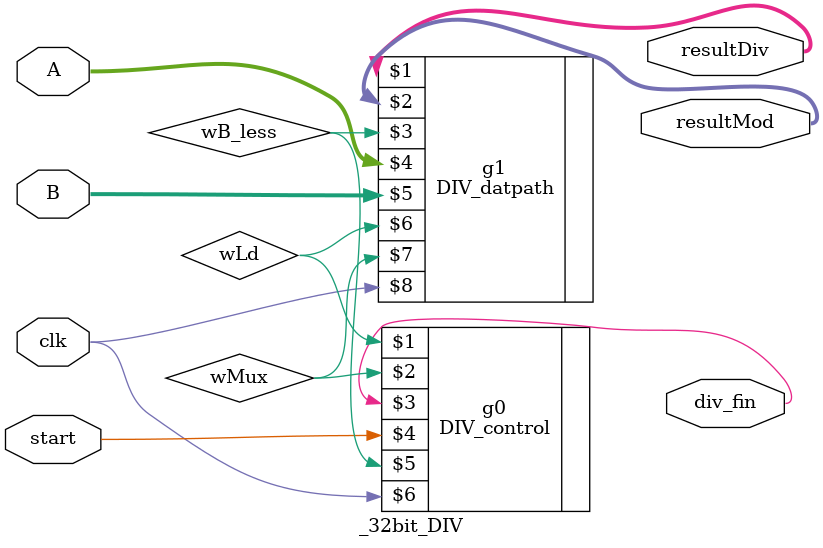
<source format=v>
module _32bit_DIV(resultDiv, resultMod, div_fin, A, B, start, clk);
output [31:0] resultDiv, resultMod;
output div_fin;
input [31:0] A;
input [31:0] B;
input start, clk;

wire wLd, wMux, wB_less;

DIV_control g0(wLd, wMux, div_fin, start, wB_less, clk);
DIV_datpath g1(resultDiv, resultMod, wB_less, A, B, wLd, wMux, clk);



endmodule

</source>
